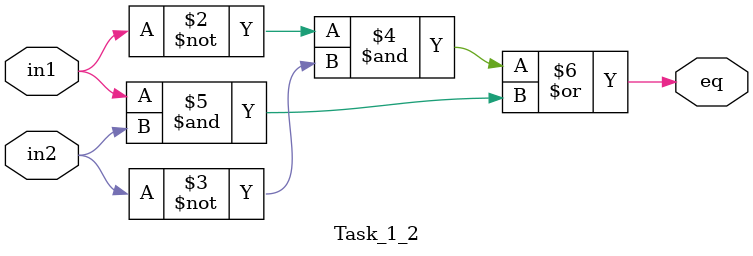
<source format=v>
module Task_1_1(in1,in2,eq);        //Data-flow modelling
  input in1,in2;
  output eq;
  
  //wire temp1,temp2;
  //assign temp1 = (~in1) & (~in2);
  //assign temp2 = (in1 & in2);
  //assign eq = temp1 | temp2;
    
    assign eq = ((~in1) & (~in2)) | (in1 & in2);
    
endmodule

module Task_1_2(in1,in2,eq);        //Behavioral modelling
  input in1,in2;
  output eq;
  reg eq;
  
  always@(*)
  begin
    eq = ((~in1) & (~in2)) | (in1 & in2);
  end
  
endmodule
</source>
